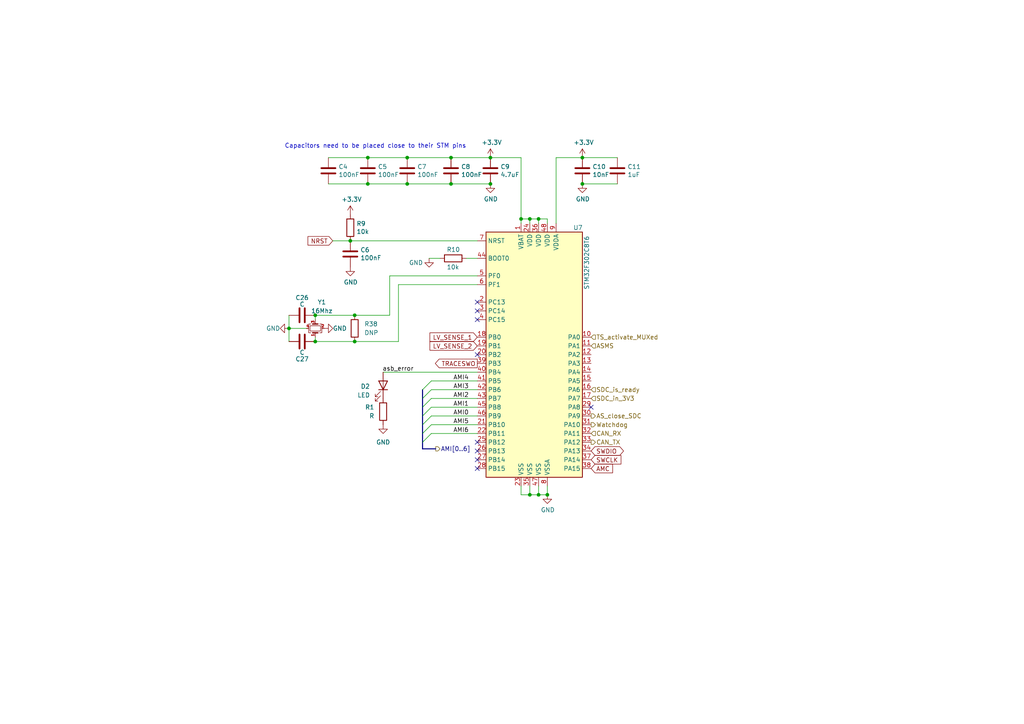
<source format=kicad_sch>
(kicad_sch (version 20230121) (generator eeschema)
  (paper "A4")
  (title_block (title "SDCL - CU") (date "2021-12-16") (rev "v1.0") (company "FaSTTUBe - Formula Student Team TU Berlin") (comment 1 "Car 113") (comment 2 "EBS Electronics") (comment 3 "CU for CAN Bus connection to supervisor"))
  (lib_symbols
    (symbol "Device:C" (pin_numbers hide) (pin_names (offset 0.254))
      (property "Reference" "C" (at 0.635 2.54 0))
      (property "Value" "C" (at 0.635 -2.54 0))
      (symbol "C_0_1"
        (polyline (pts (xy -2.032 -0.762) (xy 2.032 -0.762)) (stroke (width 0.508)))
        (polyline (pts (xy -2.032 0.762) (xy 2.032 0.762)) (stroke (width 0.508)))
      )
      (symbol "C_1_1"
        (pin passive line (at 0 3.81 270) (length 2.794) (name "~") (number "1"))
        (pin passive line (at 0 -3.81 90) (length 2.794) (name "~") (number "2"))
      )
    )
    (symbol "Device:Crystal_GND24_Small" (pin_names (offset 1.016) hide)
      (property "Reference" "Y" (at 1.27 4.445 0))
      (property "Value" "Crystal_GND24_Small" (at 1.27 2.54 0))
      (symbol "Crystal_GND24_Small_0_1"
        (rectangle (start -0.762 -1.524) (end 0.762 1.524))
        (polyline (pts (xy -1.27 -0.762) (xy -1.27 0.762)) (stroke (width 0.381)))
        (polyline (pts (xy 1.27 -0.762) (xy 1.27 0.762)) (stroke (width 0.381)))
        (polyline (pts (xy -1.27 -1.27) (xy -1.27 -1.905) (xy 1.27 -1.905) (xy 1.27 -1.27)))
        (polyline (pts (xy -1.27 1.27) (xy -1.27 1.905) (xy 1.27 1.905) (xy 1.27 1.27)))
      )
      (symbol "Crystal_GND24_Small_1_1"
        (pin passive line (at -2.54 0 0) (length 1.27) (name "1") (number "1"))
        (pin passive line (at 0 -2.54 90) (length 0.635) (name "2") (number "2"))
        (pin passive line (at 2.54 0 180) (length 1.27) (name "3") (number "3"))
        (pin passive line (at 0 2.54 270) (length 0.635) (name "4") (number "4"))
      )
    )
    (symbol "Device:LED" (pin_numbers hide) (pin_names (offset 1.016) hide)
      (property "Reference" "D" (at 0 2.54 0))
      (property "Value" "LED" (at 0 -2.54 0))
      (symbol "LED_0_1"
        (polyline (pts (xy -1.27 -1.27) (xy -1.27 1.27)) (stroke (width 0.254)))
        (polyline (pts (xy -1.27 0) (xy 1.27 0)))
        (polyline (pts (xy 1.27 -1.27) (xy 1.27 1.27) (xy -1.27 0) (xy 1.27 -1.27)) (stroke (width 0.254)))
        (polyline (pts (xy -3.048 -0.762) (xy -4.572 -2.286) (xy -3.81 -2.286) (xy -4.572 -2.286) (xy -4.572 -1.524)))
        (polyline (pts (xy -1.778 -0.762) (xy -3.302 -2.286) (xy -2.54 -2.286) (xy -3.302 -2.286) (xy -3.302 -1.524)))
      )
      (symbol "LED_1_1"
        (pin passive line (at -3.81 0 0) (length 2.54) (name "K") (number "1"))
        (pin passive line (at 3.81 0 180) (length 2.54) (name "A") (number "2"))
      )
    )
    (symbol "Device:R" (pin_numbers hide) (pin_names (offset 0))
      (property "Reference" "R" (at 2.032 0 90))
      (property "Value" "R" (at 0 0 90))
      (symbol "R_0_1"
        (rectangle (start -1.016 -2.54) (end 1.016 2.54) (stroke (width 0.254)))
      )
      (symbol "R_1_1"
        (pin passive line (at 0 3.81 270) (length 1.27) (name "~") (number "1"))
        (pin passive line (at 0 -3.81 90) (length 1.27) (name "~") (number "2"))
      )
    )
    (symbol "MCU_ST_STM32F3:STM32F302C8Tx"
      (property "Reference" "U" (at -15.24 36.83 0))
      (property "Value" "STM32F302C8Tx" (at 7.62 36.83 0))
      (symbol "STM32F302C8Tx_0_1"
        (rectangle (start -15.24 -35.56) (end 12.7 35.56) (stroke (width 0.254)) (fill (type background)))
      )
      (symbol "STM32F302C8Tx_1_1"
        (pin power_in line (at -5.08 38.1 270) (length 2.54) (name "VBAT") (number "1"))
        (pin bidirectional line (at 15.24 5.08 180) (length 2.54) (name "PA0") (number "10"))
        (pin bidirectional line (at 15.24 2.54 180) (length 2.54) (name "PA1") (number "11"))
        (pin bidirectional line (at 15.24 0 180) (length 2.54) (name "PA2") (number "12"))
        (pin bidirectional line (at 15.24 -2.54 180) (length 2.54) (name "PA3") (number "13"))
        (pin bidirectional line (at 15.24 -5.08 180) (length 2.54) (name "PA4") (number "14"))
        (pin bidirectional line (at 15.24 -7.62 180) (length 2.54) (name "PA5") (number "15"))
        (pin bidirectional line (at 15.24 -10.16 180) (length 2.54) (name "PA6") (number "16"))
        (pin bidirectional line (at 15.24 -12.7 180) (length 2.54) (name "PA7") (number "17"))
        (pin bidirectional line (at -17.78 5.08 0) (length 2.54) (name "PB0") (number "18"))
        (pin bidirectional line (at -17.78 2.54 0) (length 2.54) (name "PB1") (number "19"))
        (pin bidirectional line (at -17.78 15.24 0) (length 2.54) (name "PC13") (number "2"))
        (pin bidirectional line (at -17.78 0 0) (length 2.54) (name "PB2") (number "20"))
        (pin bidirectional line (at -17.78 -20.32 0) (length 2.54) (name "PB10") (number "21"))
        (pin bidirectional line (at -17.78 -22.86 0) (length 2.54) (name "PB11") (number "22"))
        (pin power_in line (at -5.08 -38.1 90) (length 2.54) (name "VSS") (number "23"))
        (pin power_in line (at -2.54 38.1 270) (length 2.54) (name "VDD") (number "24"))
        (pin bidirectional line (at -17.78 -25.4 0) (length 2.54) (name "PB12") (number "25"))
        (pin bidirectional line (at -17.78 -27.94 0) (length 2.54) (name "PB13") (number "26"))
        (pin bidirectional line (at -17.78 -30.48 0) (length 2.54) (name "PB14") (number "27"))
        (pin bidirectional line (at -17.78 -33.02 0) (length 2.54) (name "PB15") (number "28"))
        (pin bidirectional line (at 15.24 -15.24 180) (length 2.54) (name "PA8") (number "29"))
        (pin bidirectional line (at -17.78 12.7 0) (length 2.54) (name "PC14") (number "3"))
        (pin bidirectional line (at 15.24 -17.78 180) (length 2.54) (name "PA9") (number "30"))
        (pin bidirectional line (at 15.24 -20.32 180) (length 2.54) (name "PA10") (number "31"))
        (pin bidirectional line (at 15.24 -22.86 180) (length 2.54) (name "PA11") (number "32"))
        (pin bidirectional line (at 15.24 -25.4 180) (length 2.54) (name "PA12") (number "33"))
        (pin bidirectional line (at 15.24 -27.94 180) (length 2.54) (name "PA13") (number "34"))
        (pin power_in line (at -2.54 -38.1 90) (length 2.54) (name "VSS") (number "35"))
        (pin power_in line (at 0 38.1 270) (length 2.54) (name "VDD") (number "36"))
        (pin bidirectional line (at 15.24 -30.48 180) (length 2.54) (name "PA14") (number "37"))
        (pin bidirectional line (at 15.24 -33.02 180) (length 2.54) (name "PA15") (number "38"))
        (pin bidirectional line (at -17.78 -2.54 0) (length 2.54) (name "PB3") (number "39"))
        (pin bidirectional line (at -17.78 10.16 0) (length 2.54) (name "PC15") (number "4"))
        (pin bidirectional line (at -17.78 -5.08 0) (length 2.54) (name "PB4") (number "40"))
        (pin bidirectional line (at -17.78 -7.62 0) (length 2.54) (name "PB5") (number "41"))
        (pin bidirectional line (at -17.78 -10.16 0) (length 2.54) (name "PB6") (number "42"))
        (pin bidirectional line (at -17.78 -12.7 0) (length 2.54) (name "PB7") (number "43"))
        (pin input line (at -17.78 27.94 0) (length 2.54) (name "BOOT0") (number "44"))
        (pin bidirectional line (at -17.78 -15.24 0) (length 2.54) (name "PB8") (number "45"))
        (pin bidirectional line (at -17.78 -17.78 0) (length 2.54) (name "PB9") (number "46"))
        (pin power_in line (at 0 -38.1 90) (length 2.54) (name "VSS") (number "47"))
        (pin power_in line (at 2.54 38.1 270) (length 2.54) (name "VDD") (number "48"))
        (pin input line (at -17.78 22.86 0) (length 2.54) (name "PF0") (number "5"))
        (pin input line (at -17.78 20.32 0) (length 2.54) (name "PF1") (number "6"))
        (pin input line (at -17.78 33.02 0) (length 2.54) (name "NRST") (number "7"))
        (pin power_in line (at 2.54 -38.1 90) (length 2.54) (name "VSSA") (number "8"))
        (pin power_in line (at 5.08 38.1 270) (length 2.54) (name "VDDA") (number "9"))
      )
    )
    (symbol "power:+3.3V" (power) (pin_names (offset 0))
      (property "Value" "+3.3V" (at 0 3.556 0))
      (symbol "+3.3V_0_1"
        (polyline (pts (xy -0.762 1.27) (xy 0 2.54)))
        (polyline (pts (xy 0 0) (xy 0 2.54)))
        (polyline (pts (xy 0 2.54) (xy 0.762 1.27)))
      )
      (symbol "+3.3V_1_1"
        (pin power_in line (at 0 0 90) (length 0) hide (name "+3.3V") (number "1"))
      )
    )
    (symbol "power:GND" (power) (pin_names (offset 0))
      (property "Value" "GND" (at 0 -3.81 0))
      (symbol "GND_0_1"
        (polyline (pts (xy 0 0) (xy 0 -1.27) (xy 1.27 -1.27) (xy 0 -2.54) (xy -1.27 -1.27) (xy 0 -1.27)))
      )
      (symbol "GND_1_1"
        (pin power_in line (at 0 0 270) (length 0) hide (name "GND") (number "1"))
      )
    )
  )
  (junction (at 106.68 45.72))
  (junction (at 142.24 53.34))
  (junction (at 83.82 95.25))
  (junction (at 102.87 91.44))
  (junction (at 118.11 45.72))
  (junction (at 118.11 53.34))
  (junction (at 106.68 53.34))
  (junction (at 153.67 63.5))
  (junction (at 168.91 45.72))
  (junction (at 130.81 53.34))
  (junction (at 102.87 99.06))
  (junction (at 91.44 99.06))
  (junction (at 142.24 45.72))
  (junction (at 158.75 143.51))
  (junction (at 101.6 69.85))
  (junction (at 156.21 63.5))
  (junction (at 153.67 143.51))
  (junction (at 151.13 63.5))
  (junction (at 130.81 45.72))
  (junction (at 156.21 143.51))
  (junction (at 91.44 91.44))
  (junction (at 168.91 53.34))
  (no_connect (at 138.43 133.35))
  (no_connect (at 138.43 92.71))
  (no_connect (at 138.43 87.63))
  (no_connect (at 138.43 128.27))
  (no_connect (at 171.45 118.11))
  (no_connect (at 138.43 90.17))
  (no_connect (at 138.43 102.87))
  (no_connect (at 138.43 130.81))
  (no_connect (at 138.43 135.89))
  (bus_entry (at 122.555 118.11) (size 2.54 -2.54))
  (bus_entry (at 122.555 120.65) (size 2.54 -2.54))
  (bus_entry (at 122.555 123.19) (size 2.54 -2.54))
  (bus_entry (at 122.555 125.73) (size 2.54 -2.54))
  (bus_entry (at 122.555 128.27) (size 2.54 -2.54))
  (bus_entry (at 122.555 113.03) (size 2.54 -2.54))
  (bus_entry (at 122.555 115.57) (size 2.54 -2.54))
  (wire (pts (xy 153.67 63.5) (xy 153.67 64.77)))
  (wire (pts (xy 127.635 74.93) (xy 124.46 74.93)))
  (wire (pts (xy 158.75 63.5) (xy 156.21 63.5)))
  (wire (pts (xy 161.29 45.72) (xy 161.29 64.77)))
  (wire (pts (xy 125.095 120.65) (xy 138.43 120.65)))
  (wire (pts (xy 153.67 140.97) (xy 153.67 143.51)))
  (wire (pts (xy 156.21 140.97) (xy 156.21 143.51)))
  (wire (pts (xy 158.75 64.77) (xy 158.75 63.5)))
  (wire (pts (xy 158.75 143.51) (xy 156.21 143.51)))
  (wire (pts (xy 130.81 53.34) (xy 142.24 53.34)))
  (wire (pts (xy 115.57 82.55) (xy 115.57 99.06)))
  (wire (pts (xy 125.095 118.11) (xy 138.43 118.11)))
  (bus (pts (xy 122.555 113.03) (xy 122.555 115.57)))
  (wire (pts (xy 168.91 53.34) (xy 179.07 53.34)))
  (wire (pts (xy 142.24 45.72) (xy 151.13 45.72)))
  (wire (pts (xy 96.52 69.85) (xy 101.6 69.85)))
  (wire (pts (xy 91.44 91.44) (xy 102.87 91.44)))
  (wire (pts (xy 83.82 95.25) (xy 88.9 95.25)))
  (wire (pts (xy 156.21 63.5) (xy 153.67 63.5)))
  (bus (pts (xy 122.555 130.175) (xy 126.365 130.175)))
  (wire (pts (xy 91.44 92.71) (xy 91.44 91.44)))
  (bus (pts (xy 122.555 128.27) (xy 122.555 130.175)))
  (bus (pts (xy 122.555 118.11) (xy 122.555 120.65)))
  (wire (pts (xy 113.03 80.01) (xy 138.43 80.01)))
  (wire (pts (xy 125.095 125.73) (xy 138.43 125.73)))
  (wire (pts (xy 161.29 45.72) (xy 168.91 45.72)))
  (wire (pts (xy 113.03 91.44) (xy 113.03 80.01)))
  (bus (pts (xy 122.555 115.57) (xy 122.555 118.11)))
  (wire (pts (xy 101.6 69.85) (xy 138.43 69.85)))
  (wire (pts (xy 158.75 140.97) (xy 158.75 143.51)))
  (wire (pts (xy 125.095 115.57) (xy 138.43 115.57)))
  (wire (pts (xy 115.57 82.55) (xy 138.43 82.55)))
  (wire (pts (xy 138.43 107.95) (xy 111.125 107.95)))
  (wire (pts (xy 168.91 45.72) (xy 179.07 45.72)))
  (bus (pts (xy 122.555 123.19) (xy 122.555 125.73)))
  (wire (pts (xy 156.21 143.51) (xy 153.67 143.51)))
  (wire (pts (xy 125.095 110.49) (xy 138.43 110.49)))
  (bus (pts (xy 122.555 125.73) (xy 122.555 128.27)))
  (bus (pts (xy 122.555 120.65) (xy 122.555 123.19)))
  (wire (pts (xy 125.095 123.19) (xy 138.43 123.19)))
  (wire (pts (xy 125.095 113.03) (xy 138.43 113.03)))
  (wire (pts (xy 135.255 74.93) (xy 138.43 74.93)))
  (wire (pts (xy 83.82 91.44) (xy 83.82 95.25)))
  (wire (pts (xy 95.25 53.34) (xy 106.68 53.34)))
  (wire (pts (xy 91.44 97.79) (xy 91.44 99.06)))
  (wire (pts (xy 151.13 140.97) (xy 151.13 143.51)))
  (wire (pts (xy 106.68 45.72) (xy 118.11 45.72)))
  (wire (pts (xy 151.13 143.51) (xy 153.67 143.51)))
  (wire (pts (xy 106.68 53.34) (xy 118.11 53.34)))
  (wire (pts (xy 83.82 95.25) (xy 83.82 99.06)))
  (wire (pts (xy 91.44 99.06) (xy 102.87 99.06)))
  (wire (pts (xy 102.87 91.44) (xy 113.03 91.44)))
  (wire (pts (xy 106.68 45.72) (xy 95.25 45.72)))
  (wire (pts (xy 151.13 63.5) (xy 151.13 64.77)))
  (wire (pts (xy 151.13 45.72) (xy 151.13 63.5)))
  (wire (pts (xy 118.11 53.34) (xy 130.81 53.34)))
  (wire (pts (xy 156.21 64.77) (xy 156.21 63.5)))
  (wire (pts (xy 153.67 63.5) (xy 151.13 63.5)))
  (wire (pts (xy 102.87 99.06) (xy 115.57 99.06)))
  (wire (pts (xy 118.11 45.72) (xy 130.81 45.72)))
  (wire (pts (xy 130.81 45.72) (xy 142.24 45.72)))
  (text "Capacitors need to be placed close to their STM pins" (at 82.55 43.18 0) (effects (font (size 1.27 1.27)) (justify left bottom)))
  (label "AMI3" (at 131.445 113.03 0))
  (label "AMI4" (at 131.445 110.49 0))
  (label "AMI2" (at 131.445 115.57 0))
  (label "AMI0" (at 131.445 120.65 0))
  (label "AMI6" (at 131.445 125.73 0))
  (label "AMI5" (at 131.445 123.19 0))
  (label "AMI1" (at 131.445 118.11 0))
  (label "asb_error" (at 120.015 107.95 180))
  (global_label "LV_SENSE_2" (shape input) (at 138.43 100.33 180) (property "Intersheetrefs" "${INTERSHEET_REFS}" (effects hide)))
  (global_label "LV_SENSE_1" (shape input) (at 138.43 97.79 180) (property "Intersheetrefs" "${INTERSHEET_REFS}" (effects hide)))
  (global_label "SWDIO" (shape bidirectional) (at 171.45 130.81 0) (property "Intersheetrefs" "${INTERSHEET_REFS}" (effects hide)))
  (global_label "NRST" (shape input) (at 96.52 69.85 180) (property "Intersheetrefs" "${INTERSHEET_REFS}" (effects hide)))
  (global_label "AMC" (shape input) (at 171.45 135.89 0) (property "Intersheetrefs" "${INTERSHEET_REFS}" (effects hide)))
  (global_label "TRACESWO" (shape output) (at 138.43 105.41 180) (property "Intersheetrefs" "${INTERSHEET_REFS}" (effects hide)))
  (global_label "SWCLK" (shape input) (at 171.45 133.35 0) (property "Intersheetrefs" "${INTERSHEET_REFS}" (effects hide)))
  (hierarchical_label "SDC_is_ready" (shape input) (at 171.45 113.03 0))
  (hierarchical_label "CAN_RX" (shape input) (at 171.45 125.73 0))
  (hierarchical_label "CAN_TX" (shape output) (at 171.45 128.27 0))
  (hierarchical_label "ASMS" (shape input) (at 171.45 100.33 0))
  (hierarchical_label "AS_close_SDC" (shape output) (at 171.45 120.65 0))
  (hierarchical_label "TS_activate_MUXed" (shape input) (at 171.45 97.79 0))
  (hierarchical_label "Watchdog" (shape output) (at 171.45 123.19 0))
  (hierarchical_label "SDC_in_3V3" (shape input) (at 171.45 115.57 0))
  (hierarchical_label "AMI[0..6]" (shape output) (at 126.365 130.175 0))
  (symbol (lib_id "Device:C") (at 130.81 49.53 0) (unit 1)
    (property "Reference" "C8" (at 133.731 48.3616 0) (effects (justify left)))
    (property "Value" "100nF" (at 133.731 50.673 0) (effects (justify left)))
    (property "Footprint" "Capacitor_SMD:C_0603_1608Metric_Pad1.08x0.95mm_HandSolder" (effects hide))
  )
  (symbol (lib_id "Device:C") (at 142.24 49.53 0) (unit 1)
    (property "Reference" "C9" (at 145.161 48.3616 0) (effects (justify left)))
    (property "Value" "4.7uF" (at 145.161 50.673 0) (effects (justify left)))
    (property "Footprint" "Capacitor_SMD:C_0603_1608Metric_Pad1.08x0.95mm_HandSolder" (effects hide))
  )
  (symbol (lib_id "Device:C") (at 118.11 49.53 0) (unit 1)
    (property "Reference" "C7" (at 121.031 48.3616 0) (effects (justify left)))
    (property "Value" "100nF" (at 121.031 50.673 0) (effects (justify left)))
    (property "Footprint" "Capacitor_SMD:C_0603_1608Metric_Pad1.08x0.95mm_HandSolder" (effects hide))
  )
  (symbol (lib_id "Device:C") (at 106.68 49.53 0) (unit 1)
    (property "Reference" "C5" (at 109.601 48.3616 0) (effects (justify left)))
    (property "Value" "100nF" (at 109.601 50.673 0) (effects (justify left)))
    (property "Footprint" "Capacitor_SMD:C_0603_1608Metric_Pad1.08x0.95mm_HandSolder" (effects hide))
  )
  (symbol (lib_id "Device:C") (at 95.25 49.53 0) (unit 1)
    (property "Reference" "C4" (at 98.171 48.3616 0) (effects (justify left)))
    (property "Value" "100nF" (at 98.171 50.673 0) (effects (justify left)))
    (property "Footprint" "Capacitor_SMD:C_0603_1608Metric_Pad1.08x0.95mm_HandSolder" (effects hide))
  )
  (symbol (lib_id "power:GND") (at 142.24 53.34 0) (unit 1)
    (property "Reference" "#PWR0133" (effects hide))
    (property "Value" "GND" (at 142.367 57.7342 0))
  )
  (symbol (lib_id "power:GND") (at 158.75 143.51 0) (unit 1)
    (property "Reference" "#PWR0140" (effects hide))
    (property "Value" "GND" (at 158.877 147.9042 0))
  )
  (symbol (lib_id "Device:C") (at 168.91 49.53 0) (unit 1)
    (property "Reference" "C10" (at 171.831 48.3616 0) (effects (justify left)))
    (property "Value" "10nF" (at 171.831 50.673 0) (effects (justify left)))
    (property "Footprint" "Capacitor_SMD:C_0603_1608Metric_Pad1.08x0.95mm_HandSolder" (effects hide))
  )
  (symbol (lib_id "Device:C") (at 179.07 49.53 0) (unit 1)
    (property "Reference" "C11" (at 181.991 48.3616 0) (effects (justify left)))
    (property "Value" "1uF" (at 181.991 50.673 0) (effects (justify left)))
    (property "Footprint" "Capacitor_SMD:C_0603_1608Metric_Pad1.08x0.95mm_HandSolder" (effects hide))
  )
  (symbol (lib_id "power:GND") (at 168.91 53.34 0) (unit 1)
    (property "Reference" "#PWR0134" (effects hide))
    (property "Value" "GND" (at 169.037 57.7342 0))
  )
  (symbol (lib_id "Device:R") (at 131.445 74.93 270) (unit 1)
    (property "Reference" "R10" (at 129.54 72.39 90) (effects (justify left)))
    (property "Value" "10k" (at 129.54 77.47 90) (effects (justify left)))
    (property "Footprint" "Resistor_SMD:R_0603_1608Metric_Pad0.98x0.95mm_HandSolder" (effects hide))
  )
  (symbol (lib_id "MCU_ST_STM32F3:STM32F302C8Tx") (at 156.21 102.87 0) (unit 1)
    (property "Reference" "U7" (at 167.64 66.04 0))
    (property "Value" "STM32F302C8T6" (at 170.18 76.2 90))
    (property "Footprint" "Package_QFP:LQFP-48_7x7mm_P0.5mm" (effects hide))
    (property "Datasheet" "http://www.st.com/st-web-ui/static/active/en/resource/technical/document/datasheet/DM00093333.pdf" (effects hide))
  )
  (symbol (lib_id "power:GND") (at 124.46 74.93 0) (unit 1)
    (property "Reference" "#PWR0136" (effects hide))
    (property "Value" "GND" (at 120.65 76.2 0))
  )
  (symbol (lib_id "Device:R") (at 101.6 66.04 0) (unit 1)
    (property "Reference" "R9" (at 103.378 64.8716 0) (effects (justify left)))
    (property "Value" "10k" (at 103.378 67.183 0) (effects (justify left)))
    (property "Footprint" "Resistor_SMD:R_0603_1608Metric_Pad0.98x0.95mm_HandSolder" (effects hide))
  )
  (symbol (lib_id "Device:C") (at 101.6 73.66 0) (unit 1)
    (property "Reference" "C6" (at 104.521 72.4916 0) (effects (justify left)))
    (property "Value" "100nF" (at 104.521 74.803 0) (effects (justify left)))
    (property "Footprint" "Capacitor_SMD:C_0603_1608Metric_Pad1.08x0.95mm_HandSolder" (effects hide))
  )
  (symbol (lib_id "power:GND") (at 101.6 77.47 0) (unit 1)
    (property "Reference" "#PWR0135" (effects hide))
    (property "Value" "GND" (at 101.727 81.8642 0))
  )
  (symbol (lib_id "power:+3.3V") (at 142.24 45.72 0) (unit 1)
    (property "Reference" "#PWR0137" (effects hide))
    (property "Value" "+3.3V" (at 142.621 41.3258 0))
  )
  (symbol (lib_id "power:+3.3V") (at 168.91 45.72 0) (unit 1)
    (property "Reference" "#PWR0138" (effects hide))
    (property "Value" "+3.3V" (at 169.291 41.3258 0))
  )
  (symbol (lib_id "power:+3.3V") (at 101.6 62.23 0) (unit 1)
    (property "Reference" "#PWR0139" (effects hide))
    (property "Value" "+3.3V" (at 101.981 57.8358 0))
  )
  (symbol (lib_id "power:GND") (at 93.98 95.25 90) (unit 1)
    (property "Reference" "#PWR0166" (effects hide))
    (property "Value" "GND" (at 96.52 95.25 90) (effects (justify right)))
  )
  (symbol (lib_id "Device:C") (at 87.63 91.44 90) (unit 1)
    (property "Reference" "C26" (at 87.63 86.36 90))
    (property "Value" "C" (at 87.63 88.265 90))
    (property "Footprint" "Capacitor_SMD:C_0603_1608Metric" (effects hide))
  )
  (symbol (lib_id "Device:Crystal_GND24_Small") (at 91.44 95.25 90) (unit 1)
    (property "Reference" "Y1" (at 93.345 87.63 90))
    (property "Value" "16Mhz" (at 93.345 90.17 90))
    (property "Footprint" "Crystal:Crystal_SMD_2520-4Pin_2.5x2.0mm" (effects hide))
  )
  (symbol (lib_id "Device:R") (at 102.87 95.25 0) (unit 1)
    (property "Reference" "R38" (at 105.664 93.9799 0) (effects (justify left)))
    (property "Value" "DNP" (at 105.664 96.5199 0) (effects (justify left)))
    (property "Footprint" "Resistor_SMD:R_0603_1608Metric" (effects hide))
  )
  (symbol (lib_id "power:GND") (at 83.82 95.25 270) (unit 1)
    (property "Reference" "#PWR0165" (effects hide))
    (property "Value" "GND" (at 81.28 95.25 90) (effects (justify right)))
  )
  (symbol (lib_id "Device:LED") (at 111.125 111.76 270) (mirror x) (unit 1)
    (property "Reference" "D2" (at 107.315 112.0774 90) (effects (justify right)))
    (property "Value" "LED" (at 107.315 114.6174 90) (effects (justify right)))
    (property "Footprint" "LED_THT:LED_D5.0mm_Clear" (effects hide))
  )
  (symbol (lib_id "Device:R") (at 111.125 119.38 0) (mirror y) (unit 1)
    (property "Reference" "R1" (at 108.585 118.1099 0) (effects (justify left)))
    (property "Value" "R" (at 108.585 120.6499 0) (effects (justify left)))
    (property "Footprint" "Resistor_SMD:R_0603_1608Metric_Pad0.98x0.95mm_HandSolder" (effects hide))
  )
  (symbol (lib_id "power:GND") (at 111.125 123.19 0) (mirror y) (unit 1)
    (property "Reference" "#PWR01" (effects hide))
    (property "Value" "GND" (at 111.125 128.27 0))
  )
  (symbol (lib_id "Device:C") (at 87.63 99.06 90) (unit 1)
    (property "Reference" "C27" (at 87.63 104.14 90))
    (property "Value" "C" (at 87.63 102.235 90))
    (property "Footprint" "Capacitor_SMD:C_0603_1608Metric" (effects hide))
  )
)
</source>
